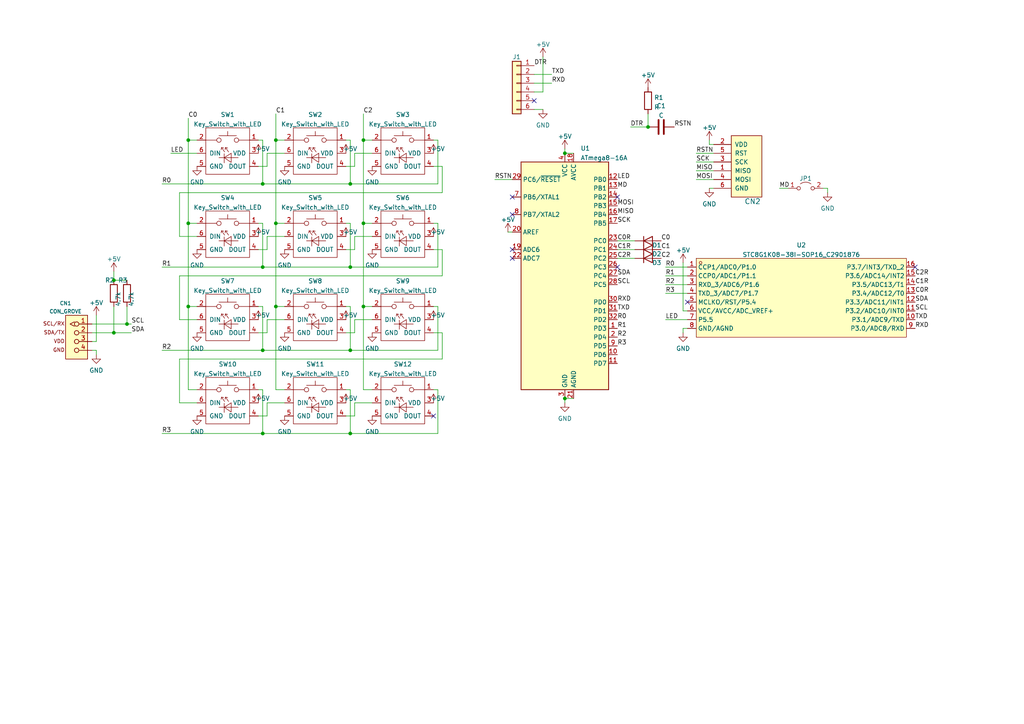
<source format=kicad_sch>
(kicad_sch (version 20211123) (generator eeschema)
  (paper "A4")
  (lib_symbols
    (symbol "Connector_Generic:Conn_01x06" (pin_names (offset 1.016) hide)
      (property "Reference" "J" (at 0 7.62 0))
      (property "Value" "Conn_01x06" (at 0 -10.16 0))
      (symbol "Conn_01x06_1_1"
        (rectangle (start -1.27 -7.493) (end 0 -7.747) (stroke (width 0.1524)))
        (rectangle (start -1.27 -4.953) (end 0 -5.207) (stroke (width 0.1524)))
        (rectangle (start -1.27 -2.413) (end 0 -2.667) (stroke (width 0.1524)))
        (rectangle (start -1.27 0.127) (end 0 -0.127) (stroke (width 0.1524)))
        (rectangle (start -1.27 2.667) (end 0 2.413) (stroke (width 0.1524)))
        (rectangle (start -1.27 5.207) (end 0 4.953) (stroke (width 0.1524)))
        (rectangle (start -1.27 6.35) (end 1.27 -8.89) (stroke (width 0.254)) (fill (type background)))
        (pin passive line (at -5.08 5.08 0) (length 3.81) (name "Pin_1") (number "1"))
        (pin passive line (at -5.08 2.54 0) (length 3.81) (name "Pin_2") (number "2"))
        (pin passive line (at -5.08 0 0) (length 3.81) (name "Pin_3") (number "3"))
        (pin passive line (at -5.08 -2.54 0) (length 3.81) (name "Pin_4") (number "4"))
        (pin passive line (at -5.08 -5.08 0) (length 3.81) (name "Pin_5") (number "5"))
        (pin passive line (at -5.08 -7.62 0) (length 3.81) (name "Pin_6") (number "6"))
      )
    )
    (symbol "Device:C" (pin_numbers hide) (pin_names (offset 0.254))
      (property "Reference" "C" (at 0.635 2.54 0))
      (property "Value" "C" (at 0.635 -2.54 0))
      (symbol "C_0_1"
        (polyline (pts (xy -2.032 -0.762) (xy 2.032 -0.762)) (stroke (width 0.508)))
        (polyline (pts (xy -2.032 0.762) (xy 2.032 0.762)) (stroke (width 0.508)))
      )
      (symbol "C_1_1"
        (pin passive line (at 0 3.81 270) (length 2.794) (name "~") (number "1"))
        (pin passive line (at 0 -3.81 90) (length 2.794) (name "~") (number "2"))
      )
    )
    (symbol "Device:D" (pin_numbers hide) (pin_names (offset 1.016) hide)
      (property "Reference" "D" (at 0 2.54 0))
      (property "Value" "D" (at 0 -2.54 0))
      (symbol "D_0_1"
        (polyline (pts (xy -1.27 1.27) (xy -1.27 -1.27)) (stroke (width 0.254)))
        (polyline (pts (xy 1.27 0) (xy -1.27 0)))
        (polyline (pts (xy 1.27 1.27) (xy 1.27 -1.27) (xy -1.27 0) (xy 1.27 1.27)) (stroke (width 0.254)))
      )
      (symbol "D_1_1"
        (pin passive line (at -3.81 0 0) (length 2.54) (name "K") (number "1"))
        (pin passive line (at 3.81 0 180) (length 2.54) (name "A") (number "2"))
      )
    )
    (symbol "Device:R" (pin_numbers hide) (pin_names (offset 0))
      (property "Reference" "R" (at 2.032 0 90))
      (property "Value" "R" (at 0 0 90))
      (symbol "R_0_1"
        (rectangle (start -1.016 -2.54) (end 1.016 2.54) (stroke (width 0.254)))
      )
      (symbol "R_1_1"
        (pin passive line (at 0 3.81 270) (length 1.27) (name "~") (number "1"))
        (pin passive line (at 0 -3.81 90) (length 1.27) (name "~") (number "2"))
      )
    )
    (symbol "Jumper:Jumper_2_Open" (pin_names (offset 0) hide)
      (property "Reference" "JP" (at 0 2.794 0))
      (property "Value" "Jumper_2_Open" (at 0 -2.286 0))
      (symbol "Jumper_2_Open_0_0"
        (circle (center -2.032 0) (radius 0.508))
        (circle (center 2.032 0) (radius 0.508))
      )
      (symbol "Jumper_2_Open_0_1"
        (arc (start 1.524 1.27) (mid 0 1.778) (end -1.524 1.27))
      )
      (symbol "Jumper_2_Open_1_1"
        (pin passive line (at -5.08 0 0) (length 2.54) (name "A") (number "1"))
        (pin passive line (at 5.08 0 180) (length 2.54) (name "B") (number "2"))
      )
    )
    (symbol "MCU_Microchip_ATmega:ATmega8-16A"
      (property "Reference" "U" (at -12.7 34.29 0))
      (property "Value" "ATmega8-16A" (at 5.08 -34.29 0))
      (symbol "ATmega8-16A_0_1"
        (rectangle (start -12.7 -33.02) (end 12.7 33.02) (stroke (width 0.254)) (fill (type background)))
      )
      (symbol "ATmega8-16A_1_1"
        (pin bidirectional line (at 15.24 -15.24 180) (length 2.54) (name "PD3") (number "1"))
        (pin bidirectional line (at 15.24 -22.86 180) (length 2.54) (name "PD6") (number "10"))
        (pin bidirectional line (at 15.24 -25.4 180) (length 2.54) (name "PD7") (number "11"))
        (pin bidirectional line (at 15.24 27.94 180) (length 2.54) (name "PB0") (number "12"))
        (pin bidirectional line (at 15.24 25.4 180) (length 2.54) (name "PB1") (number "13"))
        (pin bidirectional line (at 15.24 22.86 180) (length 2.54) (name "PB2") (number "14"))
        (pin bidirectional line (at 15.24 20.32 180) (length 2.54) (name "PB3") (number "15"))
        (pin bidirectional line (at 15.24 17.78 180) (length 2.54) (name "PB4") (number "16"))
        (pin bidirectional line (at 15.24 15.24 180) (length 2.54) (name "PB5") (number "17"))
        (pin power_in line (at 2.54 35.56 270) (length 2.54) (name "AVCC") (number "18"))
        (pin input line (at -15.24 7.62 0) (length 2.54) (name "ADC6") (number "19"))
        (pin bidirectional line (at 15.24 -17.78 180) (length 2.54) (name "PD4") (number "2"))
        (pin passive line (at -15.24 12.7 0) (length 2.54) (name "AREF") (number "20"))
        (pin power_in line (at 2.54 -35.56 90) (length 2.54) (name "AGND") (number "21"))
        (pin input line (at -15.24 5.08 0) (length 2.54) (name "ADC7") (number "22"))
        (pin bidirectional line (at 15.24 10.16 180) (length 2.54) (name "PC0") (number "23"))
        (pin bidirectional line (at 15.24 7.62 180) (length 2.54) (name "PC1") (number "24"))
        (pin bidirectional line (at 15.24 5.08 180) (length 2.54) (name "PC2") (number "25"))
        (pin bidirectional line (at 15.24 2.54 180) (length 2.54) (name "PC3") (number "26"))
        (pin bidirectional line (at 15.24 0 180) (length 2.54) (name "PC4") (number "27"))
        (pin bidirectional line (at 15.24 -2.54 180) (length 2.54) (name "PC5") (number "28"))
        (pin bidirectional line (at -15.24 27.94 0) (length 2.54) (name "PC6/~{RESET}") (number "29"))
        (pin power_in line (at 0 -35.56 90) (length 2.54) (name "GND") (number "3"))
        (pin bidirectional line (at 15.24 -7.62 180) (length 2.54) (name "PD0") (number "30"))
        (pin bidirectional line (at 15.24 -10.16 180) (length 2.54) (name "PD1") (number "31"))
        (pin bidirectional line (at 15.24 -12.7 180) (length 2.54) (name "PD2") (number "32"))
        (pin power_in line (at 0 35.56 270) (length 2.54) (name "VCC") (number "4"))
        (pin passive line (at 0 -35.56 90) (length 2.54) hide (name "GND") (number "5"))
        (pin passive line (at 0 35.56 270) (length 2.54) hide (name "VCC") (number "6"))
        (pin bidirectional line (at -15.24 22.86 0) (length 2.54) (name "PB6/XTAL1") (number "7"))
        (pin bidirectional line (at -15.24 17.78 0) (length 2.54) (name "PB7/XTAL2") (number "8"))
        (pin bidirectional line (at 15.24 -20.32 180) (length 2.54) (name "PD5") (number "9"))
      )
    )
    (symbol "akita:CON_AVRISP" (pin_names (offset 1.016))
      (property "Reference" "CN" (at -5.08 10.16 0))
      (symbol "CON_AVRISP_1_0"
        (pin bidirectional line (at -10.16 0 0) (length 5.08) (name "MISO") (number "1"))
        (pin bidirectional line (at -10.16 7.62 0) (length 5.08) (name "VDD") (number "2"))
        (pin bidirectional line (at -10.16 2.54 0) (length 5.08) (name "SCK") (number "3"))
        (pin bidirectional line (at -10.16 -2.54 0) (length 5.08) (name "MOSI") (number "4"))
        (pin bidirectional line (at -10.16 5.08 0) (length 5.08) (name "RST") (number "5"))
        (pin bidirectional line (at -10.16 -5.08 0) (length 5.08) (name "GND") (number "6"))
      )
      (symbol "CON_AVRISP_1_1"
        (rectangle (start -5.08 10.16) (end 3.81 -7.62) (stroke (width 0.2032)) (fill (type background)))
        (rectangle (start -1.27 10.16) (end -1.27 10.16))
      )
    )
    (symbol "akita:CON_GROVE" (pin_names (offset 1.016))
      (property "Reference" "CN" (at 0 3.81 0))
      (property "Value" "CON_GROVE" (at 3.81 -5.08 90))
      (symbol "CON_GROVE_1_0"
        (text "GND" (at 5.334 -5.588 0) (effects (font (size 1.0668 1.0668)) (justify left bottom)))
        (text "SCL/RX" (at 5.334 2.032 0) (effects (font (size 1.0668 1.0668)) (justify left bottom)))
        (text "SDA/TX" (at 5.334 -0.508 0) (effects (font (size 1.0668 1.0668)) (justify left bottom)))
        (text "VDD" (at 5.334 -3.048 0) (effects (font (size 1.0668 1.0668)) (justify left bottom)))
        (pin bidirectional inverted_clock (at -2.54 2.54 0) (length 5.08) (name "1") (number "1"))
        (pin bidirectional inverted (at -2.54 0 0) (length 5.08) (name "2") (number "2"))
        (pin bidirectional inverted (at -2.54 -2.54 0) (length 5.08) (name "3") (number "3"))
        (pin bidirectional inverted (at -2.54 -5.08 0) (length 5.08) (name "4") (number "4"))
      )
      (symbol "CON_GROVE_1_1"
        (rectangle (start -1.27 5.08) (end 5.08 -7.62) (stroke (width 0.2032)) (fill (type background)))
      )
    )
    (symbol "keyboard_Lib:Key_Switch_with_LED" (pin_names (offset 1.016))
      (property "Reference" "SW" (at 0 -11.557 0))
      (property "Value" "Key_Switch_with_LED" (at 0 5.08 0))
      (symbol "Key_Switch_with_LED_0_1"
        (rectangle (start -6.35 3.556) (end 6.35 -9.906))
        (circle (center -2.54 0) (radius 0.635))
        (polyline (pts (xy -6.35 0) (xy -3.175 0)))
        (polyline (pts (xy -2.54 1.27) (xy 2.54 1.27)))
        (polyline (pts (xy -0.254 -3.429) (xy 0.635 -2.159)))
        (polyline (pts (xy 0 -2.286) (xy 0.635 -2.159)))
        (polyline (pts (xy 0 2.54) (xy 0 1.27)))
        (polyline (pts (xy 0.635 -2.159) (xy 0.762 -2.794)))
        (polyline (pts (xy 1.016 -3.937) (xy 1.016 -6.604)))
        (polyline (pts (xy 2.54 -5.08) (xy -3.048 -5.08)))
        (polyline (pts (xy 6.35 0) (xy 3.175 0)))
        (polyline (pts (xy -1.016 -3.81) (xy -1.016 -6.477) (xy 1.016 -5.08) (xy -1.016 -3.81)))
        (circle (center 2.54 0) (radius 0.635))
      )
      (symbol "Key_Switch_with_LED_1_1"
        (polyline (pts (xy 0.889 -3.429) (xy 1.778 -2.159)))
        (polyline (pts (xy 1.143 -2.286) (xy 1.778 -2.159)))
        (polyline (pts (xy 1.778 -2.159) (xy 1.905 -2.794)))
        (pin bidirectional line (at -8.89 0 0) (length 2.54) (name "~") (number "1"))
        (pin bidirectional line (at 8.89 0 180) (length 2.54) (name "~") (number "2"))
        (pin power_in line (at -8.89 -3.81 0) (length 2.54) (name "VDD") (number "3"))
        (pin output line (at -8.89 -7.62 0) (length 2.54) (name "DOUT") (number "4"))
        (pin power_in line (at 8.89 -7.62 180) (length 2.54) (name "GND") (number "5"))
        (pin input line (at 8.89 -3.81 180) (length 2.54) (name "DIN") (number "6"))
      )
    )
    (symbol "libLCSC:STC8G1K08-38I-SOP16_C2901876"
      (property "Reference" "U" (at 0 13.97 0))
      (property "Value" "STC8G1K08-38I-SOP16_C2901876" (at 0 -13.97 0))
      (symbol "STC8G1K08-38I-SOP16_C2901876_0_1"
        (rectangle (start -30.48 11.43) (end 30.48 -11.43) (fill (type background)))
        (circle (center -29.21 10.16) (radius 0.38))
        (pin unspecified line (at -33.02 8.89 0) (length 2.54) (name "CCP1/ADC0/P1.0") (number "1"))
        (pin unspecified line (at 33.02 -6.35 180) (length 2.54) (name "P3.1/ADC9/TXD") (number "10"))
        (pin unspecified line (at 33.02 -3.81 180) (length 2.54) (name "P3.2/ADC10/INT0") (number "11"))
        (pin unspecified line (at 33.02 -1.27 180) (length 2.54) (name "P3.3/ADC11/INT1") (number "12"))
        (pin unspecified line (at 33.02 1.27 180) (length 2.54) (name "P3.4/ADC12/T0") (number "13"))
        (pin unspecified line (at 33.02 3.81 180) (length 2.54) (name "P3.5/ADC13/T1") (number "14"))
        (pin unspecified line (at 33.02 6.35 180) (length 2.54) (name "P3.6/ADC14/INT2") (number "15"))
        (pin unspecified line (at 33.02 8.89 180) (length 2.54) (name "P3.7/INT3/TXD_2") (number "16"))
        (pin unspecified line (at -33.02 6.35 0) (length 2.54) (name "CCP0/ADC1/P1.1") (number "2"))
        (pin unspecified line (at -33.02 3.81 0) (length 2.54) (name "RXD_3/ADC6/P1.6") (number "3"))
        (pin unspecified line (at -33.02 1.27 0) (length 2.54) (name "TXD_3/ADC7/P1.7") (number "4"))
        (pin unspecified line (at -33.02 -1.27 0) (length 2.54) (name "MCLKO/RST/P5.4") (number "5"))
        (pin unspecified line (at -33.02 -3.81 0) (length 2.54) (name "VCC/AVCC/ADC_VREF+") (number "6"))
        (pin unspecified line (at -33.02 -6.35 0) (length 2.54) (name "P5.5") (number "7"))
        (pin unspecified line (at -33.02 -8.89 0) (length 2.54) (name "GND/AGND") (number "8"))
        (pin unspecified line (at 33.02 -8.89 180) (length 2.54) (name "P3.0/ADC8/RXD") (number "9"))
      )
    )
    (symbol "power:+5V" (power) (pin_names (offset 0))
      (property "Value" "+5V" (at 0 3.556 0))
      (symbol "+5V_0_1"
        (polyline (pts (xy -0.762 1.27) (xy 0 2.54)))
        (polyline (pts (xy 0 0) (xy 0 2.54)))
        (polyline (pts (xy 0 2.54) (xy 0.762 1.27)))
      )
      (symbol "+5V_1_1"
        (pin power_in line (at 0 0 90) (length 0) hide (name "+5V") (number "1"))
      )
    )
    (symbol "power:GND" (power) (pin_names (offset 0))
      (property "Value" "GND" (at 0 -3.81 0))
      (symbol "GND_0_1"
        (polyline (pts (xy 0 0) (xy 0 -1.27) (xy 1.27 -1.27) (xy 0 -2.54) (xy -1.27 -1.27) (xy 0 -1.27)))
      )
      (symbol "GND_1_1"
        (pin power_in line (at 0 0 270) (length 0) hide (name "GND") (number "1"))
      )
    )
  )
  (junction (at 105.41 40.64))
  (junction (at 76.2 125.73))
  (junction (at 80.01 40.64))
  (junction (at 80.01 64.77))
  (junction (at 76.2 77.47))
  (junction (at 76.2 101.6))
  (junction (at 36.83 93.98))
  (junction (at 33.02 96.52))
  (junction (at 54.61 88.9))
  (junction (at 54.61 40.64))
  (junction (at 54.61 64.77))
  (junction (at 163.83 44.45))
  (junction (at 187.96 36.83))
  (junction (at 80.01 88.9))
  (junction (at 105.41 64.77))
  (junction (at 101.6 77.47))
  (junction (at 101.6 125.73))
  (junction (at 163.83 115.57))
  (junction (at 105.41 88.9))
  (junction (at 101.6 53.34))
  (junction (at 101.6 101.6))
  (junction (at 33.02 81.28))
  (junction (at 76.2 53.34))
  (no_connect (at 199.39 87.63))
  (no_connect (at 148.59 72.39))
  (no_connect (at 179.07 57.15))
  (no_connect (at 148.59 57.15))
  (no_connect (at 265.43 77.47))
  (no_connect (at 148.59 62.23))
  (no_connect (at 179.07 77.47))
  (no_connect (at 148.59 74.93))
  (no_connect (at 125.73 120.65))
  (no_connect (at 154.94 29.21))
  (wire (pts (xy 46.99 53.34) (xy 76.2 53.34)))
  (wire (pts (xy 52.07 104.14) (xy 128.27 104.14)))
  (wire (pts (xy 125.73 96.52) (xy 128.27 96.52)))
  (wire (pts (xy 27.94 91.44) (xy 27.94 99.06)))
  (wire (pts (xy 76.2 64.77) (xy 76.2 77.47)))
  (wire (pts (xy 128.27 96.52) (xy 128.27 104.14)))
  (wire (pts (xy 33.02 78.74) (xy 33.02 81.28)))
  (wire (pts (xy 54.61 40.64) (xy 54.61 64.77)))
  (wire (pts (xy 77.47 92.71) (xy 82.55 92.71)))
  (wire (pts (xy 74.93 64.77) (xy 76.2 64.77)))
  (wire (pts (xy 102.87 92.71) (xy 107.95 92.71)))
  (wire (pts (xy 201.93 49.53) (xy 207.01 49.53)))
  (wire (pts (xy 201.93 44.45) (xy 207.01 44.45)))
  (wire (pts (xy 101.6 77.47) (xy 127 77.47)))
  (wire (pts (xy 101.6 53.34) (xy 127 53.34)))
  (wire (pts (xy 125.73 64.77) (xy 127 64.77)))
  (wire (pts (xy 105.41 64.77) (xy 107.95 64.77)))
  (wire (pts (xy 74.93 72.39) (xy 77.47 72.39)))
  (wire (pts (xy 52.07 80.01) (xy 52.07 92.71)))
  (wire (pts (xy 105.41 64.77) (xy 105.41 88.9)))
  (wire (pts (xy 74.93 48.26) (xy 77.47 48.26)))
  (wire (pts (xy 179.07 74.93) (xy 184.15 74.93)))
  (wire (pts (xy 74.93 96.52) (xy 77.47 96.52)))
  (wire (pts (xy 105.41 88.9) (xy 107.95 88.9)))
  (wire (pts (xy 52.07 116.84) (xy 57.15 116.84)))
  (wire (pts (xy 100.33 72.39) (xy 102.87 72.39)))
  (wire (pts (xy 26.67 99.06) (xy 27.94 99.06)))
  (wire (pts (xy 80.01 33.02) (xy 80.01 40.64)))
  (wire (pts (xy 76.2 77.47) (xy 101.6 77.47)))
  (wire (pts (xy 240.03 54.61) (xy 240.03 55.88)))
  (wire (pts (xy 52.07 68.58) (xy 57.15 68.58)))
  (wire (pts (xy 52.07 104.14) (xy 52.07 116.84)))
  (wire (pts (xy 105.41 33.02) (xy 105.41 40.64)))
  (wire (pts (xy 127 40.64) (xy 127 53.34)))
  (wire (pts (xy 179.07 72.39) (xy 184.15 72.39)))
  (wire (pts (xy 105.41 88.9) (xy 105.41 113.03)))
  (wire (pts (xy 54.61 88.9) (xy 54.61 113.03)))
  (wire (pts (xy 125.73 88.9) (xy 127 88.9)))
  (wire (pts (xy 193.04 82.55) (xy 199.39 82.55)))
  (wire (pts (xy 199.39 90.17) (xy 198.12 90.17)))
  (wire (pts (xy 127 113.03) (xy 127 125.73)))
  (wire (pts (xy 102.87 48.26) (xy 102.87 44.45)))
  (wire (pts (xy 193.04 92.71) (xy 199.39 92.71)))
  (wire (pts (xy 102.87 116.84) (xy 107.95 116.84)))
  (wire (pts (xy 154.94 24.13) (xy 160.02 24.13)))
  (wire (pts (xy 205.74 41.91) (xy 205.74 40.64)))
  (wire (pts (xy 74.93 120.65) (xy 77.47 120.65)))
  (wire (pts (xy 80.01 113.03) (xy 82.55 113.03)))
  (wire (pts (xy 102.87 120.65) (xy 102.87 116.84)))
  (wire (pts (xy 100.33 64.77) (xy 101.6 64.77)))
  (wire (pts (xy 105.41 113.03) (xy 107.95 113.03)))
  (wire (pts (xy 100.33 48.26) (xy 102.87 48.26)))
  (wire (pts (xy 74.93 88.9) (xy 76.2 88.9)))
  (wire (pts (xy 76.2 125.73) (xy 101.6 125.73)))
  (wire (pts (xy 76.2 53.34) (xy 101.6 53.34)))
  (wire (pts (xy 100.33 40.64) (xy 101.6 40.64)))
  (wire (pts (xy 127 64.77) (xy 127 77.47)))
  (wire (pts (xy 182.88 36.83) (xy 187.96 36.83)))
  (wire (pts (xy 52.07 55.88) (xy 52.07 68.58)))
  (wire (pts (xy 54.61 34.29) (xy 54.61 40.64)))
  (wire (pts (xy 127 88.9) (xy 127 101.6)))
  (wire (pts (xy 80.01 88.9) (xy 82.55 88.9)))
  (wire (pts (xy 193.04 77.47) (xy 199.39 77.47)))
  (wire (pts (xy 100.33 96.52) (xy 102.87 96.52)))
  (wire (pts (xy 187.96 33.02) (xy 187.96 36.83)))
  (wire (pts (xy 80.01 64.77) (xy 82.55 64.77)))
  (wire (pts (xy 52.07 55.88) (xy 128.27 55.88)))
  (wire (pts (xy 163.83 43.18) (xy 163.83 44.45)))
  (wire (pts (xy 102.87 72.39) (xy 102.87 68.58)))
  (wire (pts (xy 54.61 113.03) (xy 57.15 113.03)))
  (wire (pts (xy 101.6 40.64) (xy 101.6 53.34)))
  (wire (pts (xy 101.6 64.77) (xy 101.6 77.47)))
  (wire (pts (xy 26.67 93.98) (xy 36.83 93.98)))
  (wire (pts (xy 46.99 125.73) (xy 76.2 125.73)))
  (wire (pts (xy 125.73 40.64) (xy 127 40.64)))
  (wire (pts (xy 125.73 72.39) (xy 128.27 72.39)))
  (wire (pts (xy 54.61 64.77) (xy 57.15 64.77)))
  (wire (pts (xy 102.87 44.45) (xy 107.95 44.45)))
  (wire (pts (xy 147.32 67.31) (xy 148.59 67.31)))
  (wire (pts (xy 143.51 52.07) (xy 148.59 52.07)))
  (wire (pts (xy 102.87 68.58) (xy 107.95 68.58)))
  (wire (pts (xy 105.41 40.64) (xy 105.41 64.77)))
  (wire (pts (xy 77.47 120.65) (xy 77.47 116.84)))
  (wire (pts (xy 77.47 48.26) (xy 77.47 44.45)))
  (wire (pts (xy 198.12 95.25) (xy 198.12 96.52)))
  (wire (pts (xy 101.6 113.03) (xy 101.6 125.73)))
  (wire (pts (xy 76.2 88.9) (xy 76.2 101.6)))
  (wire (pts (xy 80.01 64.77) (xy 80.01 88.9)))
  (wire (pts (xy 76.2 113.03) (xy 76.2 125.73)))
  (wire (pts (xy 77.47 68.58) (xy 82.55 68.58)))
  (wire (pts (xy 199.39 95.25) (xy 198.12 95.25)))
  (wire (pts (xy 101.6 88.9) (xy 101.6 101.6)))
  (wire (pts (xy 74.93 40.64) (xy 76.2 40.64)))
  (wire (pts (xy 76.2 40.64) (xy 76.2 53.34)))
  (wire (pts (xy 52.07 92.71) (xy 57.15 92.71)))
  (wire (pts (xy 154.94 21.59) (xy 160.02 21.59)))
  (wire (pts (xy 207.01 41.91) (xy 205.74 41.91)))
  (wire (pts (xy 77.47 116.84) (xy 82.55 116.84)))
  (wire (pts (xy 26.67 101.6) (xy 27.94 101.6)))
  (wire (pts (xy 80.01 88.9) (xy 80.01 113.03)))
  (wire (pts (xy 128.27 72.39) (xy 128.27 80.01)))
  (wire (pts (xy 128.27 48.26) (xy 128.27 55.88)))
  (wire (pts (xy 125.73 113.03) (xy 127 113.03)))
  (wire (pts (xy 100.33 113.03) (xy 101.6 113.03)))
  (wire (pts (xy 54.61 88.9) (xy 57.15 88.9)))
  (wire (pts (xy 163.83 115.57) (xy 163.83 116.84)))
  (wire (pts (xy 201.93 46.99) (xy 207.01 46.99)))
  (wire (pts (xy 77.47 44.45) (xy 82.55 44.45)))
  (wire (pts (xy 207.01 52.07) (xy 201.93 52.07)))
  (wire (pts (xy 163.83 44.45) (xy 166.37 44.45)))
  (wire (pts (xy 105.41 40.64) (xy 107.95 40.64)))
  (wire (pts (xy 154.94 31.75) (xy 157.48 31.75)))
  (wire (pts (xy 54.61 64.77) (xy 54.61 88.9)))
  (wire (pts (xy 100.33 120.65) (xy 102.87 120.65)))
  (wire (pts (xy 198.12 76.2) (xy 198.12 90.17)))
  (wire (pts (xy 238.76 54.61) (xy 240.03 54.61)))
  (wire (pts (xy 102.87 96.52) (xy 102.87 92.71)))
  (wire (pts (xy 52.07 80.01) (xy 128.27 80.01)))
  (wire (pts (xy 100.33 88.9) (xy 101.6 88.9)))
  (wire (pts (xy 77.47 72.39) (xy 77.47 68.58)))
  (wire (pts (xy 33.02 81.28) (xy 36.83 81.28)))
  (wire (pts (xy 27.94 101.6) (xy 27.94 102.87)))
  (wire (pts (xy 101.6 101.6) (xy 127 101.6)))
  (wire (pts (xy 163.83 115.57) (xy 166.37 115.57)))
  (wire (pts (xy 125.73 48.26) (xy 128.27 48.26)))
  (wire (pts (xy 80.01 40.64) (xy 80.01 64.77)))
  (wire (pts (xy 179.07 69.85) (xy 184.15 69.85)))
  (wire (pts (xy 46.99 101.6) (xy 76.2 101.6)))
  (wire (pts (xy 77.47 96.52) (xy 77.47 92.71)))
  (wire (pts (xy 36.83 88.9) (xy 36.83 93.98)))
  (wire (pts (xy 154.94 26.67) (xy 157.48 26.67)))
  (wire (pts (xy 36.83 93.98) (xy 38.1 93.98)))
  (wire (pts (xy 80.01 40.64) (xy 82.55 40.64)))
  (wire (pts (xy 26.67 96.52) (xy 33.02 96.52)))
  (wire (pts (xy 205.74 54.61) (xy 207.01 54.61)))
  (wire (pts (xy 49.53 44.45) (xy 57.15 44.45)))
  (wire (pts (xy 193.04 80.01) (xy 199.39 80.01)))
  (wire (pts (xy 193.04 85.09) (xy 199.39 85.09)))
  (wire (pts (xy 74.93 113.03) (xy 76.2 113.03)))
  (wire (pts (xy 54.61 40.64) (xy 57.15 40.64)))
  (wire (pts (xy 157.48 16.51) (xy 157.48 26.67)))
  (wire (pts (xy 33.02 88.9) (xy 33.02 96.52)))
  (wire (pts (xy 33.02 96.52) (xy 38.1 96.52)))
  (wire (pts (xy 226.06 54.61) (xy 228.6 54.61)))
  (wire (pts (xy 46.99 77.47) (xy 76.2 77.47)))
  (wire (pts (xy 76.2 101.6) (xy 101.6 101.6)))
  (wire (pts (xy 101.6 125.73) (xy 127 125.73)))
  (label "MISO" (at 179.07 62.23 0))
  (label "C2" (at 191.77 74.93 0))
  (label "SCK" (at 201.93 46.99 0))
  (label "R2" (at 193.04 82.55 0))
  (label "LED" (at 49.53 44.45 0))
  (label "R3" (at 179.07 100.33 0))
  (label "MD" (at 226.06 54.61 0))
  (label "SCK" (at 179.07 64.77 0))
  (label "R1" (at 46.99 77.47 0))
  (label "C1" (at 191.77 72.39 0))
  (label "RXD" (at 179.07 87.63 0))
  (label "C1R" (at 179.07 72.39 0))
  (label "TXD" (at 179.07 90.17 0))
  (label "RSTN" (at 143.51 52.07 0))
  (label "C0R" (at 265.43 85.09 0))
  (label "SDA" (at 38.1 96.52 0))
  (label "MD" (at 179.07 54.61 0))
  (label "DTR" (at 182.88 36.83 0))
  (label "C2R" (at 265.43 80.01 0))
  (label "C2R" (at 179.07 74.93 0))
  (label "R1" (at 179.07 95.25 0))
  (label "RXD" (at 160.02 24.13 0))
  (label "C0" (at 191.77 69.85 0))
  (label "RSTN" (at 195.58 36.83 0))
  (label "C1R" (at 265.43 82.55 0))
  (label "MOSI" (at 179.07 59.69 0))
  (label "R0" (at 179.07 92.71 0))
  (label "R0" (at 46.99 53.34 0))
  (label "TXD" (at 265.43 92.71 0))
  (label "R2" (at 179.07 97.79 0))
  (label "C0" (at 54.61 34.29 0))
  (label "R0" (at 193.04 77.47 0))
  (label "C2" (at 105.41 33.02 0))
  (label "RXD" (at 265.43 95.25 0))
  (label "C0R" (at 179.07 69.85 0))
  (label "RSTN" (at 201.93 44.45 0))
  (label "C1" (at 80.01 33.02 0))
  (label "LED" (at 193.04 92.71 0))
  (label "MISO" (at 201.93 49.53 0))
  (label "MOSI" (at 201.93 52.07 0))
  (label "R2" (at 46.99 101.6 0))
  (label "R3" (at 46.99 125.73 0))
  (label "LED" (at 179.07 52.07 0))
  (label "SCL" (at 265.43 90.17 0))
  (label "R3" (at 193.04 85.09 0))
  (label "SDA" (at 265.43 87.63 0))
  (label "DTR" (at 154.94 19.05 0))
  (label "R1" (at 193.04 80.01 0))
  (label "SCL" (at 179.07 82.55 0))
  (label "TXD" (at 160.02 21.59 0))
  (label "SCL" (at 38.1 93.98 0))
  (label "SDA" (at 179.07 80.01 0))
  (symbol (lib_id "power:GND") (at 163.83 116.84 0) (unit 1)
    (property "Reference" "#PWR023" (effects hide))
    (property "Value" "GND" (at 163.83 121.4025 0))
  )
  (symbol (lib_id "power:GND") (at 27.94 102.87 0) (unit 1)
    (property "Reference" "#PWR0102" (effects hide))
    (property "Value" "GND" (at 27.94 107.4325 0))
  )
  (symbol (lib_id "power:+5V") (at 147.32 67.31 0) (unit 1)
    (property "Reference" "#PWR029" (effects hide))
    (property "Value" "+5V" (at 147.32 63.7055 0))
  )
  (symbol (lib_id "Jumper:Jumper_2_Open") (at 233.68 54.61 0) (unit 1)
    (property "Reference" "JP1" (at 233.68 51.7675 0))
    (property "Value" "Jumper_2_Open" (effects hide))
    (property "Footprint" "Jumper:SolderJumper-2_P1.3mm_Open_Pad1.0x1.5mm" (effects hide))
  )
  (symbol (lib_id "Device:D") (at 187.96 72.39 0) (unit 1)
    (property "Reference" "D2" (at 190.5 73.66 0))
    (property "Value" "D" (effects hide))
    (property "Footprint" "Diode_SMD:D_SOD-123F" (effects hide))
  )
  (symbol (lib_id "power:+5V") (at 74.93 68.58 0) (unit 1)
    (property "Reference" "#PWR08" (effects hide))
    (property "Value" "+5V" (at 76.2 67.31 0))
  )
  (symbol (lib_id "akita:CON_AVRISP") (at 217.17 49.53 0) (unit 1)
    (property "Reference" "CN2" (at 215.9 58.42 0) (effects (font (size 1.4986 1.4986)) (justify left)))
    (property "Value" "CON_AVRISP" (effects hide))
    (property "Footprint" "Connector_PinHeader_2.54mm:PinHeader_2x03_P2.54mm_Vertical" (effects hide))
  )
  (symbol (lib_id "Connector_Generic:Conn_01x06") (at 149.86 24.13 0) (mirror y) (unit 1)
    (property "Reference" "J1" (at 149.86 16.51 0))
    (property "Value" "Conn_01x06" (effects hide))
    (property "Footprint" "Connector_PinSocket_2.54mm:PinSocket_1x06_P2.54mm_Vertical" (effects hide))
  )
  (symbol (lib_id "power:GND") (at 107.95 72.39 0) (unit 1)
    (property "Reference" "#PWR013" (effects hide))
    (property "Value" "GND" (at 107.95 76.9525 0))
  )
  (symbol (lib_id "Device:D") (at 187.96 74.93 0) (unit 1)
    (property "Reference" "D3" (at 190.5 76.2 0))
    (property "Value" "D" (effects hide))
    (property "Footprint" "Diode_SMD:D_SOD-123F" (effects hide))
  )
  (symbol (lib_id "power:GND") (at 57.15 120.65 0) (unit 1)
    (property "Reference" "#PWR024" (effects hide))
    (property "Value" "GND" (at 57.15 125.2125 0))
  )
  (symbol (lib_id "power:+5V") (at 27.94 91.44 0) (unit 1)
    (property "Reference" "#PWR0101" (effects hide))
    (property "Value" "+5V" (at 27.94 87.8355 0))
  )
  (symbol (lib_id "power:GND") (at 240.03 55.88 0) (unit 1)
    (property "Reference" "#PWR035" (effects hide))
    (property "Value" "GND" (at 240.03 60.4425 0))
  )
  (symbol (lib_id "keyboard_Lib:Key_Switch_with_LED") (at 91.44 40.64 0) (mirror y) (unit 1)
    (property "Reference" "SW2" (at 91.44 33.2445 0))
    (property "Value" "Key_Switch_with_LED" (at 91.44 36.0196 0))
    (property "Footprint" "keyboard:MX_Socket_LED" (effects hide))
  )
  (symbol (lib_id "power:GND") (at 82.55 48.26 0) (unit 1)
    (property "Reference" "#PWR06" (effects hide))
    (property "Value" "GND" (at 82.55 52.8225 0))
  )
  (symbol (lib_id "Device:R") (at 33.02 85.09 0) (unit 1)
    (property "Reference" "R2" (at 30.48 81.28 0) (effects (justify left)))
    (property "Value" "4.7k" (at 34.29 88.9 90) (effects (justify left)))
    (property "Footprint" "Resistor_SMD:R_0603_1608Metric" (effects hide))
  )
  (symbol (lib_id "power:GND") (at 205.74 54.61 0) (unit 1)
    (property "Reference" "#PWR028" (effects hide))
    (property "Value" "GND" (at 205.74 59.1725 0))
  )
  (symbol (lib_id "power:GND") (at 107.95 96.52 0) (unit 1)
    (property "Reference" "#PWR019" (effects hide))
    (property "Value" "GND" (at 107.95 101.0825 0))
  )
  (symbol (lib_id "power:+5V") (at 100.33 92.71 0) (unit 1)
    (property "Reference" "#PWR015" (effects hide))
    (property "Value" "+5V" (at 101.6 91.44 0))
  )
  (symbol (lib_id "libLCSC:STC8G1K08-38I-SOP16_C2901876") (at 232.41 86.36 0) (unit 1)
    (property "Reference" "U2" (at 232.41 71.0905 0))
    (property "Value" "STC8G1K08-38I-SOP16_C2901876" (at 232.41 73.8656 0))
    (property "Footprint" "libLCSC:SOP-16_L9.9-W3.9-P1.27-LS6.0-BL" (effects hide))
    (property "LCSC Part" "C2901876" (effects hide))
  )
  (symbol (lib_id "power:GND") (at 107.95 120.65 0) (unit 1)
    (property "Reference" "#PWR026" (effects hide))
    (property "Value" "GND" (at 107.95 125.2125 0))
  )
  (symbol (lib_id "Device:D") (at 187.96 69.85 0) (unit 1)
    (property "Reference" "D1" (at 190.5 71.12 0))
    (property "Value" "D" (effects hide))
    (property "Footprint" "Diode_SMD:D_SOD-123F" (effects hide))
  )
  (symbol (lib_id "keyboard_Lib:Key_Switch_with_LED") (at 116.84 113.03 0) (mirror y) (unit 1)
    (property "Reference" "SW12" (at 116.84 105.6345 0))
    (property "Value" "Key_Switch_with_LED" (at 116.84 108.4096 0))
    (property "Footprint" "keyboard:MX_Socket_LED" (effects hide))
  )
  (symbol (lib_id "power:GND") (at 198.12 96.52 0) (unit 1)
    (property "Reference" "#PWR034" (effects hide))
    (property "Value" "GND" (at 198.12 101.0825 0))
  )
  (symbol (lib_id "power:+5V") (at 205.74 40.64 0) (unit 1)
    (property "Reference" "#PWR027" (effects hide))
    (property "Value" "+5V" (at 205.74 37.0355 0))
  )
  (symbol (lib_id "keyboard_Lib:Key_Switch_with_LED") (at 66.04 40.64 0) (mirror y) (unit 1)
    (property "Reference" "SW1" (at 66.04 33.2445 0))
    (property "Value" "Key_Switch_with_LED" (at 66.04 36.0196 0))
    (property "Footprint" "keyboard:MX_Socket_LED" (effects hide))
  )
  (symbol (lib_id "power:+5V") (at 74.93 116.84 0) (unit 1)
    (property "Reference" "#PWR020" (effects hide))
    (property "Value" "+5V" (at 76.2 115.57 0))
  )
  (symbol (lib_id "keyboard_Lib:Key_Switch_with_LED") (at 116.84 88.9 0) (mirror y) (unit 1)
    (property "Reference" "SW9" (at 116.84 81.5045 0))
    (property "Value" "Key_Switch_with_LED" (at 116.84 84.2796 0))
    (property "Footprint" "keyboard:MX_Socket_LED" (effects hide))
  )
  (symbol (lib_id "MCU_Microchip_ATmega:ATmega8-16A") (at 163.83 80.01 0) (unit 1)
    (property "Reference" "U1" (at 168.3894 43.0235 0) (effects (justify left)))
    (property "Value" "ATmega8-16A" (at 168.3894 45.7986 0) (effects (justify left)))
    (property "Footprint" "Package_QFP:TQFP-32_7x7mm_P0.8mm" (effects hide))
    (property "Datasheet" "http://ww1.microchip.com/downloads/en/DeviceDoc/atmel-2486-8-bit-avr-microcontroller-atmega8_l_datasheet.pdf" (effects hide))
  )
  (symbol (lib_id "power:GND") (at 107.95 48.26 0) (unit 1)
    (property "Reference" "#PWR07" (effects hide))
    (property "Value" "GND" (at 107.95 52.8225 0))
  )
  (symbol (lib_id "power:+5V") (at 157.48 16.51 0) (unit 1)
    (property "Reference" "#PWR030" (effects hide))
    (property "Value" "+5V" (at 157.48 12.9055 0))
  )
  (symbol (lib_id "power:GND") (at 157.48 31.75 0) (unit 1)
    (property "Reference" "#PWR032" (effects hide))
    (property "Value" "GND" (at 157.48 36.3125 0))
  )
  (symbol (lib_id "power:+5V") (at 198.12 76.2 0) (unit 1)
    (property "Reference" "#PWR033" (effects hide))
    (property "Value" "+5V" (at 198.12 72.5955 0))
  )
  (symbol (lib_id "keyboard_Lib:Key_Switch_with_LED") (at 116.84 40.64 0) (mirror y) (unit 1)
    (property "Reference" "SW3" (at 116.84 33.2445 0))
    (property "Value" "Key_Switch_with_LED" (at 116.84 36.0196 0))
    (property "Footprint" "keyboard:MX_Socket_LED" (effects hide))
  )
  (symbol (lib_id "power:GND") (at 82.55 96.52 0) (unit 1)
    (property "Reference" "#PWR018" (effects hide))
    (property "Value" "GND" (at 82.55 101.0825 0))
  )
  (symbol (lib_id "Device:C") (at 191.77 36.83 90) (unit 1)
    (property "Reference" "C1" (at 191.77 30.7045 90))
    (property "Value" "C" (at 191.77 33.4796 90))
    (property "Footprint" "Capacitor_SMD:C_0603_1608Metric" (effects hide))
  )
  (symbol (lib_id "power:GND") (at 57.15 96.52 0) (unit 1)
    (property "Reference" "#PWR017" (effects hide))
    (property "Value" "GND" (at 57.15 101.0825 0))
  )
  (symbol (lib_id "keyboard_Lib:Key_Switch_with_LED") (at 116.84 64.77 0) (mirror y) (unit 1)
    (property "Reference" "SW6" (at 116.84 57.3745 0))
    (property "Value" "Key_Switch_with_LED" (at 116.84 60.1496 0))
    (property "Footprint" "keyboard:MX_Socket_LED" (effects hide))
  )
  (symbol (lib_id "power:GND") (at 57.15 48.26 0) (unit 1)
    (property "Reference" "#PWR05" (effects hide))
    (property "Value" "GND" (at 57.15 52.8225 0))
  )
  (symbol (lib_id "keyboard_Lib:Key_Switch_with_LED") (at 66.04 113.03 0) (mirror y) (unit 1)
    (property "Reference" "SW10" (at 66.04 105.6345 0))
    (property "Value" "Key_Switch_with_LED" (at 66.04 108.4096 0))
    (property "Footprint" "keyboard:MX_Socket_LED" (effects hide))
  )
  (symbol (lib_id "Device:R") (at 187.96 29.21 0) (unit 1)
    (property "Reference" "R1" (at 189.738 28.3015 0) (effects (justify left)))
    (property "Value" "R" (at 189.738 31.0766 0) (effects (justify left)))
    (property "Footprint" "Resistor_SMD:R_0603_1608Metric" (effects hide))
  )
  (symbol (lib_id "power:+5V") (at 74.93 44.45 0) (unit 1)
    (property "Reference" "#PWR02" (effects hide))
    (property "Value" "+5V" (at 76.2 43.18 0))
  )
  (symbol (lib_id "power:+5V") (at 125.73 92.71 0) (unit 1)
    (property "Reference" "#PWR016" (effects hide))
    (property "Value" "+5V" (at 127 91.44 0))
  )
  (symbol (lib_id "keyboard_Lib:Key_Switch_with_LED") (at 91.44 64.77 0) (mirror y) (unit 1)
    (property "Reference" "SW5" (at 91.44 57.3745 0))
    (property "Value" "Key_Switch_with_LED" (at 91.44 60.1496 0))
    (property "Footprint" "keyboard:MX_Socket_LED" (effects hide))
  )
  (symbol (lib_id "keyboard_Lib:Key_Switch_with_LED") (at 66.04 88.9 0) (mirror y) (unit 1)
    (property "Reference" "SW7" (at 66.04 81.5045 0))
    (property "Value" "Key_Switch_with_LED" (at 66.04 84.2796 0))
    (property "Footprint" "keyboard:MX_Socket_LED" (effects hide))
  )
  (symbol (lib_id "power:+5V") (at 187.96 25.4 0) (unit 1)
    (property "Reference" "#PWR031" (effects hide))
    (property "Value" "+5V" (at 187.96 21.7955 0))
  )
  (symbol (lib_id "power:+5V") (at 125.73 44.45 0) (unit 1)
    (property "Reference" "#PWR04" (effects hide))
    (property "Value" "+5V" (at 127 43.18 0))
  )
  (symbol (lib_id "power:GND") (at 82.55 72.39 0) (unit 1)
    (property "Reference" "#PWR012" (effects hide))
    (property "Value" "GND" (at 82.55 76.9525 0))
  )
  (symbol (lib_id "power:+5V") (at 125.73 116.84 0) (unit 1)
    (property "Reference" "#PWR022" (effects hide))
    (property "Value" "+5V" (at 127 115.57 0))
  )
  (symbol (lib_id "power:+5V") (at 100.33 44.45 0) (unit 1)
    (property "Reference" "#PWR03" (effects hide))
    (property "Value" "+5V" (at 101.6 43.18 0))
  )
  (symbol (lib_id "keyboard_Lib:Key_Switch_with_LED") (at 66.04 64.77 0) (mirror y) (unit 1)
    (property "Reference" "SW4" (at 66.04 57.3745 0))
    (property "Value" "Key_Switch_with_LED" (at 66.04 60.1496 0))
    (property "Footprint" "keyboard:MX_Socket_LED" (effects hide))
  )
  (symbol (lib_id "power:+5V") (at 125.73 68.58 0) (unit 1)
    (property "Reference" "#PWR010" (effects hide))
    (property "Value" "+5V" (at 127 67.31 0))
  )
  (symbol (lib_id "power:+5V") (at 100.33 68.58 0) (unit 1)
    (property "Reference" "#PWR09" (effects hide))
    (property "Value" "+5V" (at 101.6 67.31 0))
  )
  (symbol (lib_id "Device:R") (at 36.83 85.09 0) (unit 1)
    (property "Reference" "R3" (at 34.29 81.28 0) (effects (justify left)))
    (property "Value" "4.7k" (at 38.1 88.9 90) (effects (justify left)))
    (property "Footprint" "Resistor_SMD:R_0603_1608Metric" (effects hide))
  )
  (symbol (lib_id "power:+5V") (at 100.33 116.84 0) (unit 1)
    (property "Reference" "#PWR021" (effects hide))
    (property "Value" "+5V" (at 101.6 115.57 0))
  )
  (symbol (lib_id "akita:CON_GROVE") (at 24.13 96.52 0) (mirror y) (unit 1)
    (property "Reference" "CN1" (at 19.0087 87.9506 0) (effects (font (size 1.0668 1.0668))))
    (property "Value" "CON_GROVE" (at 19.0087 90.3223 0) (effects (font (size 1.0668 1.0668))))
    (property "Footprint" "akita:CON_GROVE_H_roundPad" (effects hide))
  )
  (symbol (lib_id "keyboard_Lib:Key_Switch_with_LED") (at 91.44 113.03 0) (mirror y) (unit 1)
    (property "Reference" "SW11" (at 91.44 105.6345 0))
    (property "Value" "Key_Switch_with_LED" (at 91.44 108.4096 0))
    (property "Footprint" "keyboard:MX_Socket_LED" (effects hide))
  )
  (symbol (lib_id "keyboard_Lib:Key_Switch_with_LED") (at 91.44 88.9 0) (mirror y) (unit 1)
    (property "Reference" "SW8" (at 91.44 81.5045 0))
    (property "Value" "Key_Switch_with_LED" (at 91.44 84.2796 0))
    (property "Footprint" "keyboard:MX_Socket_LED" (effects hide))
  )
  (symbol (lib_id "power:GND") (at 57.15 72.39 0) (unit 1)
    (property "Reference" "#PWR011" (effects hide))
    (property "Value" "GND" (at 57.15 76.9525 0))
  )
  (symbol (lib_id "power:+5V") (at 74.93 92.71 0) (unit 1)
    (property "Reference" "#PWR014" (effects hide))
    (property "Value" "+5V" (at 76.2 91.44 0))
  )
  (symbol (lib_id "power:+5V") (at 163.83 43.18 0) (unit 1)
    (property "Reference" "#PWR01" (effects hide))
    (property "Value" "+5V" (at 163.83 39.5755 0))
  )
  (symbol (lib_id "power:+5V") (at 33.02 78.74 0) (unit 1)
    (property "Reference" "#PWR036" (effects hide))
    (property "Value" "+5V" (at 33.02 75.1355 0))
  )
  (symbol (lib_id "power:GND") (at 82.55 120.65 0) (unit 1)
    (property "Reference" "#PWR025" (effects hide))
    (property "Value" "GND" (at 82.55 125.2125 0))
  )
)
</source>
